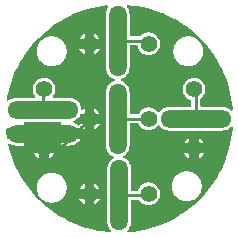
<source format=gbl>
G04 Layer: BottomLayer*
G04 EasyEDA v6.5.40, 2024-06-15 17:03:23*
G04 e63031535b224d068feaf967c7116de5,10*
G04 Gerber Generator version 0.2*
G04 Scale: 100 percent, Rotated: No, Reflected: No *
G04 Dimensions in millimeters *
G04 leading zeros omitted , absolute positions ,4 integer and 5 decimal *
%FSLAX45Y45*%
%MOMM*%

%ADD10C,0.2540*%
%ADD11O,1.499997X5.999988*%
%ADD12O,5.999988X1.499997*%
%ADD13C,1.4000*%
%ADD14C,0.6200*%
%ADD15C,0.0166*%

%LPD*%
G36*
X6257848Y6198108D02*
G01*
X6253988Y6198870D01*
X6250686Y6201105D01*
X6248501Y6204356D01*
X6247688Y6208268D01*
X6247688Y6384188D01*
X6246825Y6397650D01*
X6244234Y6410604D01*
X6240018Y6423101D01*
X6234176Y6434937D01*
X6226860Y6445910D01*
X6218123Y6455816D01*
X6208217Y6464554D01*
X6197244Y6471869D01*
X6185408Y6477711D01*
X6178397Y6480098D01*
X6174841Y6482232D01*
X6172403Y6485585D01*
X6171539Y6489700D01*
X6172403Y6493814D01*
X6174841Y6497167D01*
X6178397Y6499301D01*
X6185408Y6501688D01*
X6197244Y6507530D01*
X6208217Y6514846D01*
X6218123Y6523583D01*
X6226860Y6533489D01*
X6234176Y6544462D01*
X6240018Y6556298D01*
X6244234Y6568795D01*
X6246825Y6581749D01*
X6247688Y6595211D01*
X6247688Y6771131D01*
X6248501Y6775043D01*
X6250686Y6778294D01*
X6253988Y6780530D01*
X6257848Y6781292D01*
X6306261Y6781292D01*
X6309664Y6780682D01*
X6312662Y6779006D01*
X6314948Y6776415D01*
X6316218Y6773214D01*
X6317183Y6768642D01*
X6321552Y6756298D01*
X6327546Y6744665D01*
X6335115Y6733997D01*
X6344056Y6724446D01*
X6354216Y6716166D01*
X6365392Y6709359D01*
X6377381Y6704177D01*
X6389979Y6700621D01*
X6402933Y6698843D01*
X6416040Y6698843D01*
X6428994Y6700621D01*
X6441592Y6704177D01*
X6453581Y6709359D01*
X6464757Y6716166D01*
X6474917Y6724446D01*
X6483858Y6733997D01*
X6491427Y6744665D01*
X6497421Y6756298D01*
X6501790Y6768642D01*
X6504482Y6781444D01*
X6505346Y6794500D01*
X6504482Y6807555D01*
X6501790Y6820357D01*
X6497421Y6832701D01*
X6491427Y6844334D01*
X6483858Y6855002D01*
X6474917Y6864603D01*
X6464757Y6872833D01*
X6453581Y6879640D01*
X6441592Y6884873D01*
X6428994Y6888378D01*
X6416040Y6890156D01*
X6402933Y6890156D01*
X6389979Y6888378D01*
X6377381Y6884873D01*
X6365392Y6879640D01*
X6354216Y6872833D01*
X6344056Y6864603D01*
X6341364Y6861708D01*
X6338011Y6859371D01*
X6333947Y6858508D01*
X6257848Y6858508D01*
X6253988Y6859270D01*
X6250686Y6861505D01*
X6248501Y6864756D01*
X6247688Y6868668D01*
X6247688Y7044588D01*
X6246825Y7058050D01*
X6244234Y7071004D01*
X6240018Y7083501D01*
X6234176Y7095337D01*
X6227013Y7106056D01*
X6225489Y7109561D01*
X6225438Y7113371D01*
X6226759Y7116978D01*
X6229299Y7119772D01*
X6232702Y7121499D01*
X6236462Y7121804D01*
X6279438Y7117435D01*
X6322568Y7111034D01*
X6365443Y7102703D01*
X6407810Y7092442D01*
X6449720Y7080250D01*
X6491020Y7066178D01*
X6531660Y7050278D01*
X6571538Y7032548D01*
X6610603Y7013041D01*
X6648703Y6991807D01*
X6685788Y6968845D01*
X6721856Y6944207D01*
X6756704Y6917994D01*
X6790385Y6890258D01*
X6822744Y6860997D01*
X6853783Y6830314D01*
X6883400Y6798259D01*
X6911492Y6764883D01*
X6938111Y6730288D01*
X6963105Y6694525D01*
X6986473Y6657644D01*
X7008114Y6619798D01*
X7028027Y6580987D01*
X7046214Y6541312D01*
X7062571Y6500825D01*
X7077049Y6459677D01*
X7089698Y6417919D01*
X7100417Y6375603D01*
X7109206Y6332880D01*
X7116064Y6289802D01*
X7120991Y6246418D01*
X7121550Y6237935D01*
X7120991Y6233769D01*
X7118756Y6230213D01*
X7115352Y6227876D01*
X7111238Y6227064D01*
X7107123Y6228029D01*
X7103516Y6230823D01*
X7093610Y6239560D01*
X7082637Y6246876D01*
X7070801Y6252718D01*
X7058304Y6256934D01*
X7045350Y6259525D01*
X7031888Y6260388D01*
X6855968Y6260388D01*
X6852056Y6261201D01*
X6848805Y6263386D01*
X6846570Y6266688D01*
X6845808Y6270548D01*
X6845808Y6323330D01*
X6846316Y6326530D01*
X6847789Y6329375D01*
X6850125Y6331661D01*
X6855002Y6335115D01*
X6864553Y6344056D01*
X6872833Y6354216D01*
X6879640Y6365392D01*
X6884822Y6377381D01*
X6888378Y6389979D01*
X6890156Y6402933D01*
X6890156Y6416040D01*
X6888378Y6428994D01*
X6884822Y6441592D01*
X6879640Y6453581D01*
X6872833Y6464757D01*
X6864553Y6474917D01*
X6855002Y6483858D01*
X6844334Y6491427D01*
X6832701Y6497421D01*
X6820357Y6501790D01*
X6807555Y6504482D01*
X6794500Y6505346D01*
X6781444Y6504482D01*
X6768642Y6501790D01*
X6756298Y6497421D01*
X6744665Y6491427D01*
X6733997Y6483858D01*
X6724396Y6474917D01*
X6716166Y6464757D01*
X6709359Y6453581D01*
X6704126Y6441592D01*
X6700621Y6428994D01*
X6698843Y6416040D01*
X6698843Y6402933D01*
X6700621Y6389979D01*
X6704126Y6377381D01*
X6709359Y6365392D01*
X6716166Y6354216D01*
X6724396Y6344056D01*
X6733997Y6335115D01*
X6744665Y6327546D01*
X6756298Y6321552D01*
X6761835Y6319570D01*
X6765391Y6317437D01*
X6767728Y6314033D01*
X6768592Y6310020D01*
X6768592Y6270548D01*
X6767830Y6266688D01*
X6765594Y6263386D01*
X6762343Y6261201D01*
X6758431Y6260388D01*
X6582511Y6260388D01*
X6569049Y6259525D01*
X6556095Y6256934D01*
X6543598Y6252718D01*
X6531762Y6246876D01*
X6520789Y6239560D01*
X6510883Y6230823D01*
X6502146Y6220917D01*
X6501180Y6219444D01*
X6498437Y6216650D01*
X6494830Y6215126D01*
X6490919Y6215075D01*
X6487261Y6216497D01*
X6474917Y6229604D01*
X6464757Y6237833D01*
X6453581Y6244640D01*
X6441592Y6249873D01*
X6428994Y6253378D01*
X6416040Y6255156D01*
X6402933Y6255156D01*
X6389979Y6253378D01*
X6377381Y6249873D01*
X6365392Y6244640D01*
X6354216Y6237833D01*
X6344056Y6229604D01*
X6335115Y6220002D01*
X6327546Y6209334D01*
X6324600Y6203594D01*
X6322314Y6200698D01*
X6319215Y6198768D01*
X6315557Y6198108D01*
G37*

%LPC*%
G36*
X6743700Y6603492D02*
G01*
X6759092Y6604457D01*
X6774230Y6607200D01*
X6788912Y6611772D01*
X6802932Y6618122D01*
X6816140Y6626098D01*
X6828231Y6635597D01*
X6839102Y6646468D01*
X6848602Y6658559D01*
X6856577Y6671767D01*
X6862927Y6685788D01*
X6867499Y6700469D01*
X6870242Y6715607D01*
X6871208Y6731000D01*
X6870242Y6746392D01*
X6867499Y6761530D01*
X6862927Y6776212D01*
X6856577Y6790232D01*
X6848602Y6803440D01*
X6839102Y6815531D01*
X6828231Y6826402D01*
X6816140Y6835902D01*
X6802932Y6843877D01*
X6788912Y6850227D01*
X6774230Y6854799D01*
X6759092Y6857542D01*
X6743700Y6858508D01*
X6728307Y6857542D01*
X6713169Y6854799D01*
X6698488Y6850227D01*
X6684467Y6843877D01*
X6671259Y6835902D01*
X6659168Y6826402D01*
X6648297Y6815531D01*
X6638798Y6803440D01*
X6630822Y6790232D01*
X6624472Y6776212D01*
X6619900Y6761530D01*
X6617157Y6746392D01*
X6616192Y6731000D01*
X6617157Y6715607D01*
X6619900Y6700469D01*
X6624472Y6685788D01*
X6630822Y6671767D01*
X6638798Y6658559D01*
X6648297Y6646468D01*
X6659168Y6635597D01*
X6671259Y6626098D01*
X6684467Y6618122D01*
X6698488Y6611772D01*
X6713169Y6607200D01*
X6728307Y6604457D01*
G37*

%LPD*%
G36*
X6080861Y5197551D02*
G01*
X6061252Y5199075D01*
X6017971Y5204510D01*
X5974943Y5211876D01*
X5932322Y5221224D01*
X5890158Y5232400D01*
X5848553Y5245557D01*
X5807557Y5260543D01*
X5767273Y5277358D01*
X5727801Y5295950D01*
X5689244Y5316372D01*
X5651601Y5338470D01*
X5615025Y5362244D01*
X5579567Y5387695D01*
X5545277Y5414670D01*
X5512257Y5443169D01*
X5480558Y5473141D01*
X5450230Y5504535D01*
X5421376Y5537250D01*
X5393994Y5571236D01*
X5368188Y5606440D01*
X5344007Y5642762D01*
X5321503Y5680151D01*
X5300675Y5718505D01*
X5281625Y5757773D01*
X5264404Y5797854D01*
X5248960Y5838647D01*
X5235397Y5880150D01*
X5223713Y5922162D01*
X5220919Y5934354D01*
X5220766Y5938113D01*
X5222036Y5941720D01*
X5224526Y5944616D01*
X5227929Y5946343D01*
X5231688Y5946749D01*
X5235346Y5945682D01*
X5248198Y5939282D01*
X5260695Y5935065D01*
X5273649Y5932474D01*
X5287111Y5931611D01*
X5355437Y5931611D01*
X5355437Y5988659D01*
X5218023Y5988659D01*
X5214569Y5989269D01*
X5211521Y5990996D01*
X5209286Y5993688D01*
X5208066Y5996990D01*
X5206085Y6007608D01*
X5200243Y6050838D01*
X5198922Y6065266D01*
X5199380Y6069431D01*
X5201513Y6073038D01*
X5204917Y6075476D01*
X5209032Y6076340D01*
X5355437Y6076340D01*
X5355437Y6124651D01*
X5356199Y6128512D01*
X5358434Y6131814D01*
X5361736Y6133998D01*
X5365597Y6134811D01*
X5658002Y6134811D01*
X5661863Y6133998D01*
X5665165Y6131814D01*
X5667400Y6128512D01*
X5668162Y6124651D01*
X5668162Y6076340D01*
X5827420Y6076340D01*
X5825591Y6080048D01*
X5824575Y6084011D01*
X5825185Y6088075D01*
X5827369Y6091529D01*
X5830722Y6093866D01*
X5834786Y6094679D01*
X5838799Y6093815D01*
X5842152Y6091478D01*
X5844032Y6089446D01*
X5854192Y6081166D01*
X5865368Y6074359D01*
X5868162Y6073190D01*
X5868162Y6118148D01*
X5823102Y6118148D01*
X5824423Y6115608D01*
X5825490Y6111798D01*
X5824982Y6107836D01*
X5823000Y6104382D01*
X5819851Y6101943D01*
X5816041Y6100876D01*
X5812078Y6101435D01*
X5808624Y6103416D01*
X5798210Y6112560D01*
X5787237Y6119876D01*
X5776874Y6125006D01*
X5773369Y6127800D01*
X5771438Y6131864D01*
X5771438Y6136335D01*
X5773369Y6140399D01*
X5776874Y6143193D01*
X5787237Y6148324D01*
X5798210Y6155639D01*
X5808116Y6164376D01*
X5816854Y6174282D01*
X5824169Y6185255D01*
X5829046Y6195212D01*
X5831332Y6198209D01*
X5834481Y6200140D01*
X5838190Y6200851D01*
X5868162Y6200851D01*
X5868162Y6245860D01*
X5865368Y6244640D01*
X5853633Y6237376D01*
X5849721Y6235446D01*
X5845302Y6235293D01*
X5841238Y6237071D01*
X5838342Y6240373D01*
X5837123Y6244590D01*
X5836818Y6248857D01*
X5834227Y6261811D01*
X5830011Y6274308D01*
X5824169Y6286144D01*
X5816854Y6297117D01*
X5808116Y6307023D01*
X5798210Y6315760D01*
X5787237Y6323076D01*
X5775401Y6328918D01*
X5762904Y6333134D01*
X5749950Y6335725D01*
X5736488Y6336588D01*
X5609894Y6336588D01*
X5606135Y6337300D01*
X5602935Y6339332D01*
X5600700Y6342380D01*
X5599734Y6346088D01*
X5600192Y6349847D01*
X5609640Y6365392D01*
X5614822Y6377381D01*
X5618378Y6389979D01*
X5620156Y6402933D01*
X5620156Y6416040D01*
X5618378Y6428994D01*
X5614822Y6441592D01*
X5609640Y6453581D01*
X5602833Y6464757D01*
X5594553Y6474917D01*
X5585002Y6483858D01*
X5574334Y6491427D01*
X5562701Y6497421D01*
X5550357Y6501790D01*
X5537555Y6504482D01*
X5524500Y6505346D01*
X5511444Y6504482D01*
X5498642Y6501790D01*
X5486298Y6497421D01*
X5474665Y6491427D01*
X5463997Y6483858D01*
X5454396Y6474917D01*
X5446166Y6464757D01*
X5439359Y6453581D01*
X5434126Y6441592D01*
X5430621Y6428994D01*
X5428843Y6416040D01*
X5428843Y6402933D01*
X5430621Y6389979D01*
X5434126Y6377381D01*
X5439359Y6365392D01*
X5448808Y6349847D01*
X5449214Y6346088D01*
X5448300Y6342380D01*
X5446014Y6339332D01*
X5442813Y6337300D01*
X5439105Y6336588D01*
X5287111Y6336588D01*
X5273649Y6335725D01*
X5260695Y6333134D01*
X5248198Y6328918D01*
X5236362Y6323076D01*
X5225288Y6315659D01*
X5221681Y6313627D01*
X5217566Y6313220D01*
X5213604Y6314490D01*
X5210454Y6317234D01*
X5208727Y6320993D01*
X5208625Y6325158D01*
X5214061Y6354775D01*
X5223814Y6397294D01*
X5235549Y6439306D01*
X5249113Y6480759D01*
X5264556Y6521602D01*
X5281828Y6561632D01*
X5300929Y6600901D01*
X5321706Y6639255D01*
X5344261Y6676644D01*
X5368442Y6712915D01*
X5394299Y6748119D01*
X5421680Y6782104D01*
X5450535Y6814769D01*
X5480862Y6846163D01*
X5512612Y6876135D01*
X5545632Y6904634D01*
X5579922Y6931609D01*
X5615432Y6957009D01*
X5652008Y6980783D01*
X5689650Y7002881D01*
X5728258Y7023252D01*
X5767730Y7041845D01*
X5807964Y7058659D01*
X5848959Y7073595D01*
X5890564Y7086701D01*
X5932779Y7097928D01*
X5975400Y7107174D01*
X6018428Y7114540D01*
X6055106Y7119112D01*
X6058966Y7118858D01*
X6062421Y7117232D01*
X6065012Y7114387D01*
X6066383Y7110780D01*
X6066332Y7106970D01*
X6064808Y7103414D01*
X6059424Y7095337D01*
X6053582Y7083501D01*
X6049365Y7071004D01*
X6046774Y7058050D01*
X6045911Y7044588D01*
X6045911Y6595211D01*
X6046774Y6581749D01*
X6049365Y6568795D01*
X6053582Y6556298D01*
X6059424Y6544462D01*
X6066739Y6533489D01*
X6075476Y6523583D01*
X6085382Y6514846D01*
X6096355Y6507530D01*
X6108192Y6501688D01*
X6115202Y6499301D01*
X6118758Y6497167D01*
X6121196Y6493814D01*
X6122060Y6489700D01*
X6121196Y6485585D01*
X6118758Y6482232D01*
X6115202Y6480098D01*
X6108192Y6477711D01*
X6096355Y6471869D01*
X6085382Y6464554D01*
X6075476Y6455816D01*
X6066739Y6445910D01*
X6059424Y6434937D01*
X6053582Y6423101D01*
X6049365Y6410604D01*
X6046774Y6397650D01*
X6045911Y6384188D01*
X6045911Y5934811D01*
X6046774Y5921349D01*
X6049365Y5908395D01*
X6053582Y5895898D01*
X6059424Y5884062D01*
X6066739Y5873089D01*
X6075476Y5863183D01*
X6085382Y5854446D01*
X6096355Y5847130D01*
X6107633Y5841542D01*
X6110986Y5838952D01*
X6112916Y5835192D01*
X6113221Y5830976D01*
X6111748Y5827014D01*
X6108801Y5824016D01*
X6098082Y5816854D01*
X6088176Y5808116D01*
X6079439Y5798210D01*
X6072124Y5787237D01*
X6066282Y5775401D01*
X6062065Y5762904D01*
X6059474Y5749950D01*
X6058611Y5736488D01*
X6058611Y5287111D01*
X6059474Y5273649D01*
X6062065Y5260695D01*
X6066282Y5248198D01*
X6072124Y5236362D01*
X6079439Y5225389D01*
X6088329Y5215280D01*
X6090869Y5211927D01*
X6091783Y5207863D01*
X6091021Y5203698D01*
X6088583Y5200243D01*
X6085027Y5198059D01*
G37*

%LPC*%
G36*
X5950813Y5438190D02*
G01*
X5953607Y5439359D01*
X5964783Y5446166D01*
X5974943Y5454446D01*
X5983884Y5463997D01*
X5991402Y5474665D01*
X5995822Y5483148D01*
X5950813Y5483148D01*
G37*
G36*
X5868162Y5438190D02*
G01*
X5868162Y5483148D01*
X5823153Y5483148D01*
X5827572Y5474665D01*
X5835091Y5463997D01*
X5844032Y5454446D01*
X5854192Y5446166D01*
X5865368Y5439359D01*
G37*
G36*
X5588000Y5447792D02*
G01*
X5603392Y5448757D01*
X5618530Y5451500D01*
X5633212Y5456072D01*
X5647232Y5462422D01*
X5660440Y5470398D01*
X5672531Y5479897D01*
X5683402Y5490768D01*
X5692902Y5502859D01*
X5700877Y5516067D01*
X5707227Y5530088D01*
X5711799Y5544769D01*
X5714542Y5559907D01*
X5715508Y5575300D01*
X5714542Y5590692D01*
X5711799Y5605830D01*
X5707227Y5620512D01*
X5700877Y5634532D01*
X5692902Y5647740D01*
X5683402Y5659831D01*
X5672531Y5670702D01*
X5660440Y5680202D01*
X5647232Y5688177D01*
X5633212Y5694527D01*
X5618530Y5699099D01*
X5603392Y5701842D01*
X5588000Y5702808D01*
X5572607Y5701842D01*
X5557469Y5699099D01*
X5542788Y5694527D01*
X5528767Y5688177D01*
X5515559Y5680202D01*
X5503468Y5670702D01*
X5492597Y5659831D01*
X5483098Y5647740D01*
X5475122Y5634532D01*
X5468772Y5620512D01*
X5464200Y5605830D01*
X5461457Y5590692D01*
X5460492Y5575300D01*
X5461457Y5559907D01*
X5464200Y5544769D01*
X5468772Y5530088D01*
X5475122Y5516067D01*
X5483098Y5502859D01*
X5492597Y5490768D01*
X5503468Y5479897D01*
X5515559Y5470398D01*
X5528767Y5462422D01*
X5542788Y5456072D01*
X5557469Y5451500D01*
X5572607Y5448757D01*
G37*
G36*
X5823153Y5565851D02*
G01*
X5868162Y5565851D01*
X5868162Y5610860D01*
X5865368Y5609640D01*
X5854192Y5602833D01*
X5844032Y5594604D01*
X5835091Y5585002D01*
X5827572Y5574334D01*
G37*
G36*
X5950813Y5565851D02*
G01*
X5995822Y5565851D01*
X5991402Y5574334D01*
X5983884Y5585002D01*
X5974943Y5594604D01*
X5964783Y5602833D01*
X5953607Y5609640D01*
X5950813Y5610860D01*
G37*
G36*
X5565851Y5823153D02*
G01*
X5574334Y5827572D01*
X5585002Y5835091D01*
X5594553Y5844032D01*
X5602833Y5854192D01*
X5609640Y5865368D01*
X5610809Y5868162D01*
X5565851Y5868162D01*
G37*
G36*
X5483148Y5823153D02*
G01*
X5483148Y5868162D01*
X5438140Y5868162D01*
X5439359Y5865368D01*
X5446166Y5854192D01*
X5454396Y5844032D01*
X5463997Y5835091D01*
X5474665Y5827572D01*
G37*
G36*
X5668162Y5931611D02*
G01*
X5736488Y5931611D01*
X5749950Y5932474D01*
X5762904Y5935065D01*
X5775401Y5939282D01*
X5787237Y5945124D01*
X5798210Y5952439D01*
X5808116Y5961176D01*
X5816854Y5971082D01*
X5824169Y5982055D01*
X5827420Y5988659D01*
X5668162Y5988659D01*
G37*
G36*
X5950813Y6073190D02*
G01*
X5953607Y6074359D01*
X5964783Y6081166D01*
X5974943Y6089446D01*
X5983884Y6098997D01*
X5991402Y6109665D01*
X5995822Y6118148D01*
X5950813Y6118148D01*
G37*
G36*
X5950813Y6200851D02*
G01*
X5995822Y6200851D01*
X5991402Y6209334D01*
X5983884Y6220002D01*
X5974943Y6229604D01*
X5964783Y6237833D01*
X5953607Y6244640D01*
X5950813Y6245860D01*
G37*
G36*
X5588000Y6603492D02*
G01*
X5603392Y6604457D01*
X5618530Y6607200D01*
X5633212Y6611772D01*
X5647232Y6618122D01*
X5660440Y6626098D01*
X5672531Y6635597D01*
X5683402Y6646468D01*
X5692902Y6658559D01*
X5700877Y6671767D01*
X5707227Y6685788D01*
X5711799Y6700469D01*
X5714542Y6715607D01*
X5715508Y6731000D01*
X5714542Y6746392D01*
X5711799Y6761530D01*
X5707227Y6776212D01*
X5700877Y6790232D01*
X5692902Y6803440D01*
X5683402Y6815531D01*
X5672531Y6826402D01*
X5660440Y6835902D01*
X5647232Y6843877D01*
X5633212Y6850227D01*
X5618530Y6854799D01*
X5603392Y6857542D01*
X5588000Y6858508D01*
X5572607Y6857542D01*
X5557469Y6854799D01*
X5542788Y6850227D01*
X5528767Y6843877D01*
X5515559Y6835902D01*
X5503468Y6826402D01*
X5492597Y6815531D01*
X5483098Y6803440D01*
X5475122Y6790232D01*
X5468772Y6776212D01*
X5464200Y6761530D01*
X5461457Y6746392D01*
X5460492Y6731000D01*
X5461457Y6715607D01*
X5464200Y6700469D01*
X5468772Y6685788D01*
X5475122Y6671767D01*
X5483098Y6658559D01*
X5492597Y6646468D01*
X5503468Y6635597D01*
X5515559Y6626098D01*
X5528767Y6618122D01*
X5542788Y6611772D01*
X5557469Y6607200D01*
X5572607Y6604457D01*
G37*
G36*
X5868162Y6708190D02*
G01*
X5868162Y6753148D01*
X5823153Y6753148D01*
X5827572Y6744665D01*
X5835091Y6733997D01*
X5844032Y6724446D01*
X5854192Y6716166D01*
X5865368Y6709359D01*
G37*
G36*
X5950813Y6708190D02*
G01*
X5953607Y6709359D01*
X5964783Y6716166D01*
X5974943Y6724446D01*
X5983884Y6733997D01*
X5991402Y6744665D01*
X5995822Y6753148D01*
X5950813Y6753148D01*
G37*
G36*
X5950813Y6835851D02*
G01*
X5995822Y6835851D01*
X5991402Y6844334D01*
X5983884Y6855002D01*
X5974943Y6864603D01*
X5964783Y6872833D01*
X5953607Y6879640D01*
X5950813Y6880859D01*
G37*
G36*
X5823153Y6835851D02*
G01*
X5868162Y6835851D01*
X5868162Y6880859D01*
X5865368Y6879640D01*
X5854192Y6872833D01*
X5844032Y6864603D01*
X5835091Y6855002D01*
X5827572Y6844334D01*
G37*

%LPD*%
G36*
X6238138Y5197348D02*
G01*
X6233922Y5197805D01*
X6230264Y5199938D01*
X6227775Y5203393D01*
X6226962Y5207558D01*
X6227876Y5211673D01*
X6230823Y5215483D01*
X6239560Y5225389D01*
X6246876Y5236362D01*
X6252718Y5248198D01*
X6256934Y5260695D01*
X6259525Y5273649D01*
X6260388Y5287111D01*
X6260388Y5463032D01*
X6261201Y5466943D01*
X6263386Y5470194D01*
X6266688Y5472430D01*
X6270548Y5473192D01*
X6323330Y5473192D01*
X6326530Y5472684D01*
X6329375Y5471210D01*
X6331661Y5468874D01*
X6335115Y5463997D01*
X6344056Y5454446D01*
X6354216Y5446166D01*
X6365392Y5439359D01*
X6377381Y5434177D01*
X6389979Y5430621D01*
X6402933Y5428843D01*
X6416040Y5428843D01*
X6428994Y5430621D01*
X6441592Y5434177D01*
X6453581Y5439359D01*
X6464757Y5446166D01*
X6474917Y5454446D01*
X6483858Y5463997D01*
X6491427Y5474665D01*
X6497421Y5486298D01*
X6501790Y5498642D01*
X6504482Y5511444D01*
X6505346Y5524500D01*
X6504482Y5537555D01*
X6501790Y5550357D01*
X6497421Y5562701D01*
X6491427Y5574334D01*
X6483858Y5585002D01*
X6474917Y5594604D01*
X6464757Y5602833D01*
X6453581Y5609640D01*
X6441592Y5614873D01*
X6428994Y5618378D01*
X6416040Y5620156D01*
X6402933Y5620156D01*
X6389979Y5618378D01*
X6377381Y5614873D01*
X6365392Y5609640D01*
X6354216Y5602833D01*
X6344056Y5594604D01*
X6335115Y5585002D01*
X6327546Y5574334D01*
X6321552Y5562701D01*
X6319570Y5557164D01*
X6317437Y5553608D01*
X6314033Y5551271D01*
X6310020Y5550408D01*
X6270548Y5550408D01*
X6266688Y5551170D01*
X6263386Y5553405D01*
X6261201Y5556656D01*
X6260388Y5560568D01*
X6260388Y5736488D01*
X6259525Y5749950D01*
X6256934Y5762904D01*
X6252718Y5775401D01*
X6246876Y5787237D01*
X6239560Y5798210D01*
X6230823Y5808116D01*
X6220917Y5816854D01*
X6209944Y5824169D01*
X6198666Y5829757D01*
X6195314Y5832348D01*
X6193383Y5836107D01*
X6193078Y5840323D01*
X6194552Y5844286D01*
X6197498Y5847283D01*
X6208217Y5854446D01*
X6218123Y5863183D01*
X6226860Y5873089D01*
X6234176Y5884062D01*
X6240018Y5895898D01*
X6244234Y5908395D01*
X6246825Y5921349D01*
X6247688Y5934811D01*
X6247688Y6110732D01*
X6248501Y6114643D01*
X6250686Y6117894D01*
X6253988Y6120130D01*
X6257848Y6120892D01*
X6315557Y6120892D01*
X6319215Y6120231D01*
X6322364Y6118301D01*
X6324600Y6115405D01*
X6327546Y6109665D01*
X6335115Y6098997D01*
X6344056Y6089446D01*
X6354216Y6081166D01*
X6365392Y6074359D01*
X6377381Y6069177D01*
X6389979Y6065621D01*
X6402933Y6063843D01*
X6416040Y6063843D01*
X6428994Y6065621D01*
X6441592Y6069177D01*
X6453581Y6074359D01*
X6464757Y6081166D01*
X6474917Y6089446D01*
X6487261Y6102502D01*
X6490919Y6103924D01*
X6494830Y6103874D01*
X6498386Y6102350D01*
X6501180Y6099556D01*
X6502146Y6098082D01*
X6510883Y6088176D01*
X6520789Y6079439D01*
X6531762Y6072124D01*
X6543598Y6066282D01*
X6556095Y6062065D01*
X6569049Y6059474D01*
X6582511Y6058611D01*
X7031888Y6058611D01*
X7045350Y6059474D01*
X7058304Y6062065D01*
X7070801Y6066282D01*
X7082637Y6072124D01*
X7093610Y6079439D01*
X7103770Y6088430D01*
X7107123Y6090970D01*
X7111238Y6091936D01*
X7115352Y6091123D01*
X7118756Y6088786D01*
X7120991Y6085230D01*
X7121550Y6081064D01*
X7120940Y6072124D01*
X7116013Y6028740D01*
X7109155Y5985662D01*
X7100316Y5942939D01*
X7089546Y5900623D01*
X7076897Y5858865D01*
X7062368Y5817717D01*
X7046010Y5777280D01*
X7027824Y5737606D01*
X7007910Y5698794D01*
X6986219Y5660948D01*
X6962851Y5624068D01*
X6937806Y5588355D01*
X6911238Y5553760D01*
X6883095Y5520385D01*
X6853478Y5488330D01*
X6822440Y5457698D01*
X6790029Y5428437D01*
X6756349Y5400700D01*
X6721449Y5374487D01*
X6685432Y5349900D01*
X6648297Y5326989D01*
X6610197Y5305755D01*
X6571132Y5286248D01*
X6531254Y5268518D01*
X6490614Y5252669D01*
X6449314Y5238597D01*
X6407404Y5226456D01*
X6364986Y5216194D01*
X6322161Y5207863D01*
X6278981Y5201513D01*
G37*

%LPC*%
G36*
X6731000Y5460492D02*
G01*
X6746392Y5461457D01*
X6761530Y5464200D01*
X6776212Y5468772D01*
X6790232Y5475122D01*
X6803440Y5483098D01*
X6815531Y5492597D01*
X6826402Y5503468D01*
X6835902Y5515559D01*
X6843877Y5528767D01*
X6850227Y5542788D01*
X6854799Y5557469D01*
X6857542Y5572607D01*
X6858508Y5588000D01*
X6857542Y5603392D01*
X6854799Y5618530D01*
X6850227Y5633212D01*
X6843877Y5647232D01*
X6835902Y5660440D01*
X6826402Y5672531D01*
X6815531Y5683402D01*
X6803440Y5692902D01*
X6790232Y5700877D01*
X6776212Y5707227D01*
X6761530Y5711799D01*
X6746392Y5714542D01*
X6731000Y5715508D01*
X6715607Y5714542D01*
X6700469Y5711799D01*
X6685788Y5707227D01*
X6671767Y5700877D01*
X6658559Y5692902D01*
X6646468Y5683402D01*
X6635597Y5672531D01*
X6626098Y5660440D01*
X6618122Y5647232D01*
X6611772Y5633212D01*
X6607200Y5618530D01*
X6604457Y5603392D01*
X6603492Y5588000D01*
X6604457Y5572607D01*
X6607200Y5557469D01*
X6611772Y5542788D01*
X6618122Y5528767D01*
X6626098Y5515559D01*
X6635597Y5503468D01*
X6646468Y5492597D01*
X6658559Y5483098D01*
X6671767Y5475122D01*
X6685788Y5468772D01*
X6700469Y5464200D01*
X6715607Y5461457D01*
G37*
G36*
X6835851Y5823153D02*
G01*
X6844334Y5827572D01*
X6855002Y5835091D01*
X6864553Y5844032D01*
X6872833Y5854192D01*
X6879640Y5865368D01*
X6880809Y5868162D01*
X6835851Y5868162D01*
G37*
G36*
X6753148Y5823153D02*
G01*
X6753148Y5868162D01*
X6708140Y5868162D01*
X6709359Y5865368D01*
X6716166Y5854192D01*
X6724396Y5844032D01*
X6733997Y5835091D01*
X6744665Y5827572D01*
G37*
G36*
X6708140Y5950813D02*
G01*
X6753148Y5950813D01*
X6753148Y5995822D01*
X6744665Y5991402D01*
X6733997Y5983884D01*
X6724396Y5974943D01*
X6716166Y5964783D01*
X6709359Y5953607D01*
G37*
G36*
X6835851Y5950813D02*
G01*
X6880809Y5950813D01*
X6879640Y5953607D01*
X6872833Y5964783D01*
X6864553Y5974943D01*
X6855002Y5983884D01*
X6844334Y5991402D01*
X6835851Y5995822D01*
G37*

%LPD*%
D10*
X5524500Y5909500D02*
G01*
X5659500Y5909500D01*
X5909500Y6159500D01*
X5909500Y5524500D02*
G01*
X5909500Y6159500D01*
X5909500Y6794500D02*
G01*
X5909500Y6159500D01*
X5524500Y6409499D02*
G01*
X5511800Y6396799D01*
X5511800Y6235700D01*
X6146800Y6819900D02*
G01*
X6384099Y6819900D01*
X6409499Y6794500D01*
X6807200Y6159500D02*
G01*
X6807200Y6396799D01*
X6794500Y6409499D01*
X6146800Y6159500D02*
G01*
X6409494Y6159500D01*
X6409499Y5524500D02*
G01*
X6396799Y5511800D01*
X6159500Y5511800D01*
D11*
G01*
X6146800Y6159500D03*
D12*
G01*
X5511800Y6235700D03*
G01*
X6807200Y6159500D03*
D11*
G01*
X6159500Y5511800D03*
D12*
G01*
X5511800Y6032500D03*
D11*
G01*
X6146800Y6819900D03*
D13*
G01*
X5909513Y6159500D03*
G01*
X6409512Y6159500D03*
G01*
X5524500Y5909487D03*
G01*
X5524500Y6409486D03*
G01*
X6794500Y5909487D03*
G01*
X6794500Y6409486D03*
G01*
X5909513Y5524500D03*
G01*
X6409512Y5524500D03*
G01*
X5909513Y6794500D03*
G01*
X6409512Y6794500D03*
D14*
G01*
X6578600Y6540500D03*
M02*

</source>
